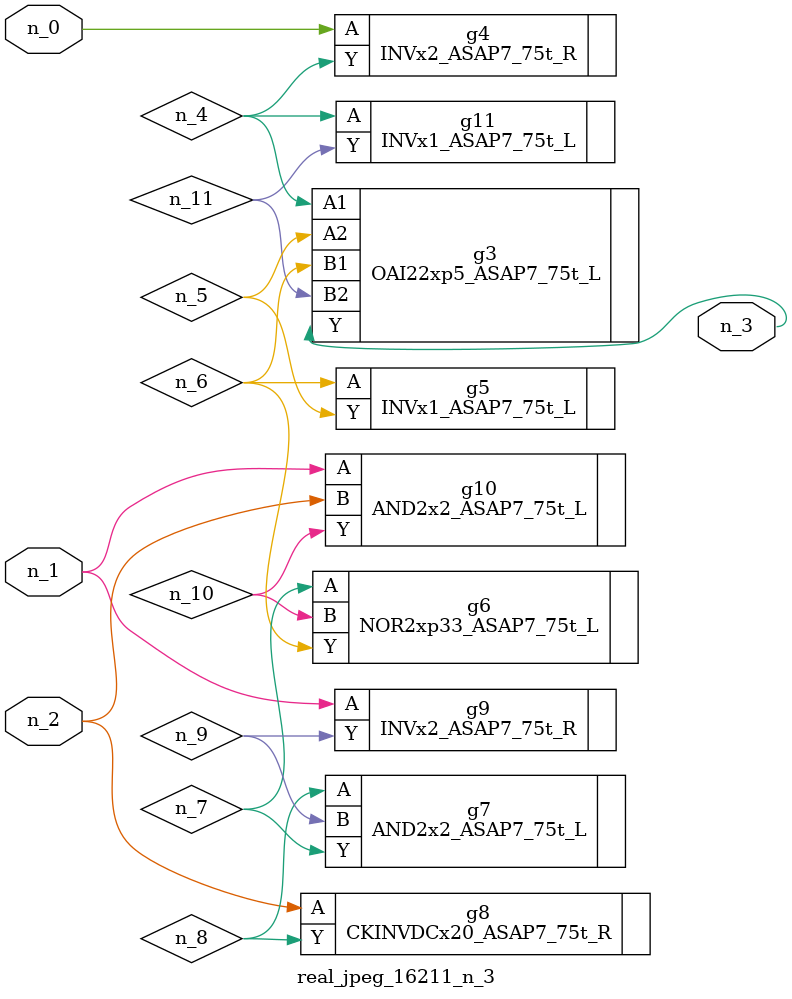
<source format=v>
module real_jpeg_16211_n_3 (n_1, n_0, n_2, n_3);

input n_1;
input n_0;
input n_2;

output n_3;

wire n_5;
wire n_4;
wire n_8;
wire n_11;
wire n_6;
wire n_7;
wire n_10;
wire n_9;

INVx2_ASAP7_75t_R g4 ( 
.A(n_0),
.Y(n_4)
);

INVx2_ASAP7_75t_R g9 ( 
.A(n_1),
.Y(n_9)
);

AND2x2_ASAP7_75t_L g10 ( 
.A(n_1),
.B(n_2),
.Y(n_10)
);

CKINVDCx20_ASAP7_75t_R g8 ( 
.A(n_2),
.Y(n_8)
);

OAI22xp5_ASAP7_75t_L g3 ( 
.A1(n_4),
.A2(n_5),
.B1(n_6),
.B2(n_11),
.Y(n_3)
);

INVx1_ASAP7_75t_L g11 ( 
.A(n_4),
.Y(n_11)
);

INVx1_ASAP7_75t_L g5 ( 
.A(n_6),
.Y(n_5)
);

NOR2xp33_ASAP7_75t_L g6 ( 
.A(n_7),
.B(n_10),
.Y(n_6)
);

AND2x2_ASAP7_75t_L g7 ( 
.A(n_8),
.B(n_9),
.Y(n_7)
);


endmodule
</source>
